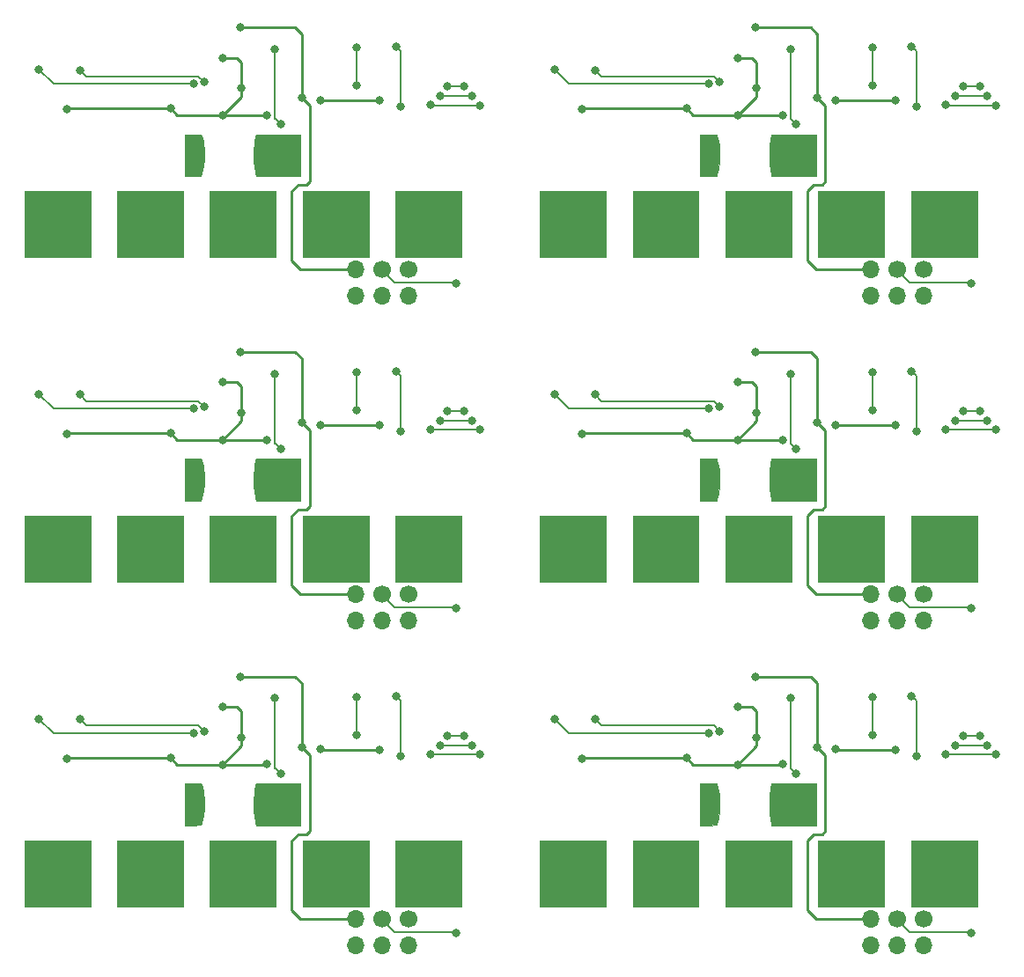
<source format=gtl>
%MOIN*%
%OFA0B0*%
%FSLAX46Y46*%
%IPPOS*%
%LPD*%
%ADD10C,0.00039370078740157485*%
%ADD11C,0.066929133858267723*%
%ADD12O,0.066929133858267723X0.066929133858267723*%
%ADD13C,0.031496062992125991*%
%ADD14C,0.01*%
%ADD15C,0.007000000000000001*%
%ADD26C,0.00039370078740157485*%
%ADD27C,0.066929133858267723*%
%ADD28O,0.066929133858267723X0.066929133858267723*%
%ADD29C,0.031496062992125991*%
%ADD30C,0.01*%
%ADD31C,0.007000000000000001*%
%ADD32C,0.00039370078740157485*%
%ADD33C,0.066929133858267723*%
%ADD34O,0.066929133858267723X0.066929133858267723*%
%ADD35C,0.031496062992125991*%
%ADD36C,0.01*%
%ADD37C,0.007000000000000001*%
%ADD38C,0.00039370078740157485*%
%ADD39C,0.066929133858267723*%
%ADD40O,0.066929133858267723X0.066929133858267723*%
%ADD41C,0.031496062992125991*%
%ADD42C,0.01*%
%ADD43C,0.007000000000000001*%
%ADD44C,0.00039370078740157485*%
%ADD45C,0.066929133858267723*%
%ADD46O,0.066929133858267723X0.066929133858267723*%
%ADD47C,0.031496062992125991*%
%ADD48C,0.01*%
%ADD49C,0.007000000000000001*%
%ADD50C,0.00039370078740157485*%
%ADD51C,0.066929133858267723*%
%ADD52O,0.066929133858267723X0.066929133858267723*%
%ADD53C,0.031496062992125991*%
%ADD54C,0.01*%
%ADD55C,0.007000000000000001*%
D10*
G36*
X0001157835Y0000508862D02*
G01*
X0000989559Y0000508862D01*
X0000987830Y0000517720D01*
X0000985985Y0000527766D01*
X0000984468Y0000537386D01*
X0000983252Y0000546825D01*
X0000982307Y0000556333D01*
X0000981606Y0000566155D01*
X0000981120Y0000576541D01*
X0000981116Y0000576642D01*
X0000980922Y0000592359D01*
X0000981444Y0000608321D01*
X0000982671Y0000624371D01*
X0000984589Y0000640349D01*
X0000987185Y0000656097D01*
X0000987832Y0000659445D01*
X0000989135Y0000666011D01*
X0001157835Y0000666011D01*
X0001157835Y0000508862D01*
X0001157835Y0000508862D01*
G37*
X0001157835Y0000508862D02*
X0000989559Y0000508862D01*
X0000987830Y0000517720D01*
X0000985985Y0000527766D01*
X0000984468Y0000537386D01*
X0000983252Y0000546825D01*
X0000982307Y0000556333D01*
X0000981606Y0000566155D01*
X0000981120Y0000576541D01*
X0000981116Y0000576642D01*
X0000980922Y0000592359D01*
X0000981444Y0000608321D01*
X0000982671Y0000624371D01*
X0000984589Y0000640349D01*
X0000987185Y0000656097D01*
X0000987832Y0000659445D01*
X0000989135Y0000666011D01*
X0001157835Y0000666011D01*
X0001157835Y0000508862D01*
G36*
X0000782909Y0000662363D02*
G01*
X0000786328Y0000649842D01*
X0000789083Y0000636897D01*
X0000791168Y0000623617D01*
X0000792578Y0000610087D01*
X0000793308Y0000596394D01*
X0000793354Y0000582626D01*
X0000792709Y0000568868D01*
X0000791370Y0000555208D01*
X0000789759Y0000544199D01*
X0000789140Y0000540793D01*
X0000788367Y0000536951D01*
X0000787477Y0000532828D01*
X0000786507Y0000528579D01*
X0000785495Y0000524360D01*
X0000784477Y0000520327D01*
X0000783493Y0000516635D01*
X0000782578Y0000513441D01*
X0000781771Y0000510900D01*
X0000781715Y0000510738D01*
X0000781136Y0000509070D01*
X0000750228Y0000508963D01*
X0000719319Y0000508857D01*
X0000719319Y0000666011D01*
X0000781795Y0000666011D01*
X0000782909Y0000662363D01*
X0000782909Y0000662363D01*
G37*
X0000782909Y0000662363D02*
X0000786328Y0000649842D01*
X0000789083Y0000636897D01*
X0000791168Y0000623617D01*
X0000792578Y0000610087D01*
X0000793308Y0000596394D01*
X0000793354Y0000582626D01*
X0000792709Y0000568868D01*
X0000791370Y0000555208D01*
X0000789759Y0000544199D01*
X0000789140Y0000540793D01*
X0000788367Y0000536951D01*
X0000787477Y0000532828D01*
X0000786507Y0000528579D01*
X0000785495Y0000524360D01*
X0000784477Y0000520327D01*
X0000783493Y0000516635D01*
X0000782578Y0000513441D01*
X0000781771Y0000510900D01*
X0000781715Y0000510738D01*
X0000781136Y0000509070D01*
X0000750228Y0000508963D01*
X0000719319Y0000508857D01*
X0000719319Y0000666011D01*
X0000781795Y0000666011D01*
X0000782909Y0000662363D01*
G36*
X0001767673Y0000201234D02*
G01*
X0001517985Y0000201234D01*
X0001517985Y0000450921D01*
X0001767673Y0000450921D01*
X0001767673Y0000201234D01*
X0001767673Y0000201234D01*
G37*
X0001767673Y0000201234D02*
X0001517985Y0000201234D01*
X0001517985Y0000450921D01*
X0001767673Y0000450921D01*
X0001767673Y0000201234D01*
G36*
X0001416276Y0000201234D02*
G01*
X0001167006Y0000201234D01*
X0001167006Y0000450921D01*
X0001416276Y0000450921D01*
X0001416276Y0000201234D01*
X0001416276Y0000201234D01*
G37*
X0001416276Y0000201234D02*
X0001167006Y0000201234D01*
X0001167006Y0000450921D01*
X0001416276Y0000450921D01*
X0001416276Y0000201234D01*
G36*
X0001065297Y0000201234D02*
G01*
X0000815610Y0000201234D01*
X0000815610Y0000450921D01*
X0001065297Y0000450921D01*
X0001065297Y0000201234D01*
X0001065297Y0000201234D01*
G37*
X0001065297Y0000201234D02*
X0000815610Y0000201234D01*
X0000815610Y0000450921D01*
X0001065297Y0000450921D01*
X0001065297Y0000201234D01*
G36*
X0000713900Y0000201234D02*
G01*
X0000464213Y0000201234D01*
X0000464213Y0000450921D01*
X0000713900Y0000450921D01*
X0000713900Y0000201234D01*
X0000713900Y0000201234D01*
G37*
X0000713900Y0000201234D02*
X0000464213Y0000201234D01*
X0000464213Y0000450921D01*
X0000713900Y0000450921D01*
X0000713900Y0000201234D01*
G36*
X0000362504Y0000201234D02*
G01*
X0000113234Y0000201234D01*
X0000113234Y0000450921D01*
X0000362504Y0000450921D01*
X0000362504Y0000201234D01*
X0000362504Y0000201234D01*
G37*
X0000362504Y0000201234D02*
X0000113234Y0000201234D01*
X0000113234Y0000450921D01*
X0000362504Y0000450921D01*
X0000362504Y0000201234D01*
D11*
X0001566878Y0000155570D03*
D12*
X0001566878Y0000055570D03*
D11*
X0001466878Y0000155570D03*
D12*
X0001466878Y0000055570D03*
X0001366878Y0000155570D03*
X0001366878Y0000055570D03*
D13*
X0001457429Y0000794547D03*
X0001233807Y0000795728D03*
X0000863335Y0000955964D03*
X0000933807Y0000841791D03*
X0000862941Y0000738641D03*
X0001031445Y0000739035D03*
X0000667665Y0000763050D03*
X0000272390Y0000761082D03*
X0001163728Y0000804783D03*
X0000930264Y0001071318D03*
X0000794043Y0000863444D03*
X0000322390Y0000909507D03*
X0000168846Y0000910295D03*
X0000752705Y0000856751D03*
X0001746012Y0000101633D03*
X0001777508Y0000847696D03*
X0001715303Y0000847696D03*
X0001061760Y0000989035D03*
X0001083020Y0000703602D03*
X0001370815Y0000995334D03*
X0001371996Y0000852027D03*
X0001519634Y0000998484D03*
X0001538531Y0000770137D03*
X0001838138Y0000776043D03*
X0001649555Y0000776436D03*
X0001807035Y0000811869D03*
X0001686169Y0000811869D03*
X0000165303Y0000366987D03*
X0000626720Y0000417381D03*
X0000933413Y0000417775D03*
X0001249949Y0000407932D03*
X0001717272Y0000420137D03*
D14*
X0001457429Y0000794547D02*
X0001234988Y0000794547D01*
X0001234988Y0000794547D02*
X0001233807Y0000795728D01*
X0000863335Y0000955964D02*
X0000917272Y0000955964D01*
X0000917272Y0000955964D02*
X0000933807Y0000939428D01*
X0000933807Y0000939428D02*
X0000933807Y0000841791D01*
X0000933807Y0000841791D02*
X0000933807Y0000809507D01*
X0000933807Y0000809507D02*
X0000862941Y0000738641D01*
X0000862941Y0000738641D02*
X0001031051Y0000738641D01*
X0001031051Y0000738641D02*
X0001031445Y0000739035D01*
X0000862941Y0000738641D02*
X0000692075Y0000738641D01*
X0000692075Y0000738641D02*
X0000667665Y0000763050D01*
X0000667665Y0000763050D02*
X0000274358Y0000763050D01*
X0000274358Y0000763050D02*
X0000272390Y0000761082D01*
X0001366878Y0000155570D02*
X0001157823Y0000155570D01*
X0001157823Y0000155570D02*
X0001125146Y0000188247D01*
X0001125146Y0000188247D02*
X0001125146Y0000450846D01*
X0001125146Y0000450846D02*
X0001149161Y0000474862D01*
X0001149161Y0000474862D02*
X0001181051Y0000474862D01*
X0001181051Y0000474862D02*
X0001194043Y0000487854D01*
X0001194043Y0000487854D02*
X0001194043Y0000774468D01*
X0001194043Y0000774468D02*
X0001163728Y0000804783D01*
X0001163728Y0000804783D02*
X0001163728Y0001046121D01*
X0001163728Y0001046121D02*
X0001138531Y0001071318D01*
X0001138531Y0001071318D02*
X0000930264Y0001071318D01*
D15*
X0000794043Y0000863444D02*
X0000771602Y0000885885D01*
X0000771602Y0000885885D02*
X0000346012Y0000885885D01*
X0000346012Y0000885885D02*
X0000322390Y0000909507D01*
X0000222390Y0000856751D02*
X0000168846Y0000910295D01*
X0000752705Y0000856751D02*
X0000222390Y0000856751D01*
X0001466878Y0000155570D02*
X0001466878Y0000150058D01*
X0001466878Y0000155570D02*
X0001466878Y0000149665D01*
X0001466878Y0000149665D02*
X0001512941Y0000103602D01*
X0001512941Y0000103602D02*
X0001744043Y0000103602D01*
X0001744043Y0000103602D02*
X0001746012Y0000101633D01*
X0001777508Y0000847696D02*
X0001715303Y0000847696D01*
X0001061760Y0000989035D02*
X0001061760Y0000723680D01*
X0001061760Y0000723680D02*
X0001062941Y0000723680D01*
X0001062941Y0000723680D02*
X0001083020Y0000703602D01*
X0001370815Y0000995334D02*
X0001371996Y0000994153D01*
X0001371996Y0000994153D02*
X0001371996Y0000852027D01*
X0001519634Y0000998484D02*
X0001538531Y0000979586D01*
X0001538531Y0000979586D02*
X0001538531Y0000770137D01*
X0001838138Y0000776043D02*
X0001649949Y0000776043D01*
X0001649949Y0000776043D02*
X0001649555Y0000776436D01*
X0001807035Y0000811869D02*
X0001689713Y0000811869D01*
X0001689713Y0000811869D02*
X0001686169Y0000811869D01*
G04 next file*
G04 #@! TF.GenerationSoftware,KiCad,Pcbnew,(5.1.0)-1*
G04 #@! TF.CreationDate,2019-07-19T02:45:30-06:00*
G04 #@! TF.ProjectId,theremini,74686572-656d-4696-9e69-2e6b69636164,rev?*
G04 #@! TF.SameCoordinates,PX7b85180PY1758900*
G04 #@! TF.FileFunction,Copper,L1,Top*
G04 #@! TF.FilePolarity,Positive*
G04 Gerber Fmt 4.6, Leading zero omitted, Abs format (unit mm)*
G04 Created by KiCad (PCBNEW (5.1.0)-1) date 2019-07-19 02:45:30*
G04 APERTURE LIST*
G04 APERTURE END LIST*
D26*
G36*
X0003109441Y0000508862D02*
G01*
X0002941164Y0000508862D01*
X0002939435Y0000517720D01*
X0002937590Y0000527766D01*
X0002936074Y0000537386D01*
X0002934857Y0000546825D01*
X0002933912Y0000556333D01*
X0002933211Y0000566155D01*
X0002932725Y0000576541D01*
X0002932722Y0000576642D01*
X0002932527Y0000592359D01*
X0002933050Y0000608321D01*
X0002934276Y0000624371D01*
X0002936194Y0000640349D01*
X0002938791Y0000656097D01*
X0002939438Y0000659445D01*
X0002940740Y0000666011D01*
X0003109441Y0000666011D01*
X0003109441Y0000508862D01*
X0003109441Y0000508862D01*
G37*
X0003109441Y0000508862D02*
X0002941164Y0000508862D01*
X0002939435Y0000517720D01*
X0002937590Y0000527766D01*
X0002936074Y0000537386D01*
X0002934857Y0000546825D01*
X0002933912Y0000556333D01*
X0002933211Y0000566155D01*
X0002932725Y0000576541D01*
X0002932722Y0000576642D01*
X0002932527Y0000592359D01*
X0002933050Y0000608321D01*
X0002934276Y0000624371D01*
X0002936194Y0000640349D01*
X0002938791Y0000656097D01*
X0002939438Y0000659445D01*
X0002940740Y0000666011D01*
X0003109441Y0000666011D01*
X0003109441Y0000508862D01*
G36*
X0002734514Y0000662363D02*
G01*
X0002737934Y0000649842D01*
X0002740689Y0000636897D01*
X0002742773Y0000623617D01*
X0002744184Y0000610087D01*
X0002744914Y0000596394D01*
X0002744959Y0000582626D01*
X0002744315Y0000568868D01*
X0002742975Y0000555208D01*
X0002741365Y0000544199D01*
X0002740746Y0000540793D01*
X0002739973Y0000536951D01*
X0002739082Y0000532828D01*
X0002738112Y0000528579D01*
X0002737100Y0000524360D01*
X0002736083Y0000520327D01*
X0002735098Y0000516635D01*
X0002734184Y0000513441D01*
X0002733377Y0000510900D01*
X0002733321Y0000510738D01*
X0002732742Y0000509070D01*
X0002701833Y0000508963D01*
X0002670925Y0000508857D01*
X0002670925Y0000666011D01*
X0002733400Y0000666011D01*
X0002734514Y0000662363D01*
X0002734514Y0000662363D01*
G37*
X0002734514Y0000662363D02*
X0002737934Y0000649842D01*
X0002740689Y0000636897D01*
X0002742773Y0000623617D01*
X0002744184Y0000610087D01*
X0002744914Y0000596394D01*
X0002744959Y0000582626D01*
X0002744315Y0000568868D01*
X0002742975Y0000555208D01*
X0002741365Y0000544199D01*
X0002740746Y0000540793D01*
X0002739973Y0000536951D01*
X0002739082Y0000532828D01*
X0002738112Y0000528579D01*
X0002737100Y0000524360D01*
X0002736083Y0000520327D01*
X0002735098Y0000516635D01*
X0002734184Y0000513441D01*
X0002733377Y0000510900D01*
X0002733321Y0000510738D01*
X0002732742Y0000509070D01*
X0002701833Y0000508963D01*
X0002670925Y0000508857D01*
X0002670925Y0000666011D01*
X0002733400Y0000666011D01*
X0002734514Y0000662363D01*
G36*
X0003719278Y0000201234D02*
G01*
X0003469591Y0000201234D01*
X0003469591Y0000450921D01*
X0003719278Y0000450921D01*
X0003719278Y0000201234D01*
X0003719278Y0000201234D01*
G37*
X0003719278Y0000201234D02*
X0003469591Y0000201234D01*
X0003469591Y0000450921D01*
X0003719278Y0000450921D01*
X0003719278Y0000201234D01*
G36*
X0003367882Y0000201234D02*
G01*
X0003118611Y0000201234D01*
X0003118611Y0000450921D01*
X0003367882Y0000450921D01*
X0003367882Y0000201234D01*
X0003367882Y0000201234D01*
G37*
X0003367882Y0000201234D02*
X0003118611Y0000201234D01*
X0003118611Y0000450921D01*
X0003367882Y0000450921D01*
X0003367882Y0000201234D01*
G36*
X0003016902Y0000201234D02*
G01*
X0002767215Y0000201234D01*
X0002767215Y0000450921D01*
X0003016902Y0000450921D01*
X0003016902Y0000201234D01*
X0003016902Y0000201234D01*
G37*
X0003016902Y0000201234D02*
X0002767215Y0000201234D01*
X0002767215Y0000450921D01*
X0003016902Y0000450921D01*
X0003016902Y0000201234D01*
G36*
X0002665506Y0000201234D02*
G01*
X0002415819Y0000201234D01*
X0002415819Y0000450921D01*
X0002665506Y0000450921D01*
X0002665506Y0000201234D01*
X0002665506Y0000201234D01*
G37*
X0002665506Y0000201234D02*
X0002415819Y0000201234D01*
X0002415819Y0000450921D01*
X0002665506Y0000450921D01*
X0002665506Y0000201234D01*
G36*
X0002314110Y0000201234D02*
G01*
X0002064839Y0000201234D01*
X0002064839Y0000450921D01*
X0002314110Y0000450921D01*
X0002314110Y0000201234D01*
X0002314110Y0000201234D01*
G37*
X0002314110Y0000201234D02*
X0002064839Y0000201234D01*
X0002064839Y0000450921D01*
X0002314110Y0000450921D01*
X0002314110Y0000201234D01*
D27*
X0003518483Y0000155570D03*
D28*
X0003518483Y0000055570D03*
D27*
X0003418483Y0000155570D03*
D28*
X0003418483Y0000055570D03*
X0003318483Y0000155570D03*
X0003318483Y0000055570D03*
D29*
X0003409035Y0000794547D03*
X0003185413Y0000795728D03*
X0002814940Y0000955964D03*
X0002885413Y0000841791D03*
X0002814546Y0000738641D03*
X0002983050Y0000739035D03*
X0002619271Y0000763050D03*
X0002223995Y0000761082D03*
X0003115334Y0000804783D03*
X0002881869Y0001071318D03*
X0002745649Y0000863444D03*
X0002273995Y0000909507D03*
X0002120452Y0000910295D03*
X0002704310Y0000856751D03*
X0003697617Y0000101633D03*
X0003729113Y0000847696D03*
X0003666909Y0000847696D03*
X0003013365Y0000989035D03*
X0003034625Y0000703602D03*
X0003322420Y0000995334D03*
X0003323602Y0000852027D03*
X0003471239Y0000998484D03*
X0003490137Y0000770137D03*
X0003789743Y0000776043D03*
X0003601161Y0000776436D03*
X0003758641Y0000811869D03*
X0003637775Y0000811869D03*
X0002116909Y0000366987D03*
X0002578326Y0000417381D03*
X0002885019Y0000417775D03*
X0003201554Y0000407932D03*
X0003668877Y0000420137D03*
D30*
X0003409035Y0000794547D02*
X0003186594Y0000794547D01*
X0003186594Y0000794547D02*
X0003185413Y0000795728D01*
X0002814940Y0000955964D02*
X0002868877Y0000955964D01*
X0002868877Y0000955964D02*
X0002885413Y0000939428D01*
X0002885413Y0000939428D02*
X0002885413Y0000841791D01*
X0002885413Y0000841791D02*
X0002885413Y0000809507D01*
X0002885413Y0000809507D02*
X0002814546Y0000738641D01*
X0002814546Y0000738641D02*
X0002982657Y0000738641D01*
X0002982657Y0000738641D02*
X0002983050Y0000739035D01*
X0002814546Y0000738641D02*
X0002643680Y0000738641D01*
X0002643680Y0000738641D02*
X0002619271Y0000763050D01*
X0002619271Y0000763050D02*
X0002225964Y0000763050D01*
X0002225964Y0000763050D02*
X0002223995Y0000761082D01*
X0003318483Y0000155570D02*
X0003109428Y0000155570D01*
X0003109428Y0000155570D02*
X0003076751Y0000188247D01*
X0003076751Y0000188247D02*
X0003076751Y0000450846D01*
X0003076751Y0000450846D02*
X0003100767Y0000474862D01*
X0003100767Y0000474862D02*
X0003132657Y0000474862D01*
X0003132657Y0000474862D02*
X0003145649Y0000487854D01*
X0003145649Y0000487854D02*
X0003145649Y0000774468D01*
X0003145649Y0000774468D02*
X0003115334Y0000804783D01*
X0003115334Y0000804783D02*
X0003115334Y0001046121D01*
X0003115334Y0001046121D02*
X0003090137Y0001071318D01*
X0003090137Y0001071318D02*
X0002881869Y0001071318D01*
D31*
X0002745649Y0000863444D02*
X0002723208Y0000885885D01*
X0002723208Y0000885885D02*
X0002297617Y0000885885D01*
X0002297617Y0000885885D02*
X0002273995Y0000909507D01*
X0002173995Y0000856751D02*
X0002120452Y0000910295D01*
X0002704310Y0000856751D02*
X0002173995Y0000856751D01*
X0003418483Y0000155570D02*
X0003418483Y0000150058D01*
X0003418483Y0000155570D02*
X0003418483Y0000149665D01*
X0003418483Y0000149665D02*
X0003464546Y0000103602D01*
X0003464546Y0000103602D02*
X0003695649Y0000103602D01*
X0003695649Y0000103602D02*
X0003697617Y0000101633D01*
X0003729113Y0000847696D02*
X0003666909Y0000847696D01*
X0003013365Y0000989035D02*
X0003013365Y0000723680D01*
X0003013365Y0000723680D02*
X0003014546Y0000723680D01*
X0003014546Y0000723680D02*
X0003034625Y0000703602D01*
X0003322420Y0000995334D02*
X0003323602Y0000994153D01*
X0003323602Y0000994153D02*
X0003323602Y0000852027D01*
X0003471239Y0000998484D02*
X0003490137Y0000979586D01*
X0003490137Y0000979586D02*
X0003490137Y0000770137D01*
X0003789743Y0000776043D02*
X0003601554Y0000776043D01*
X0003601554Y0000776043D02*
X0003601161Y0000776436D01*
X0003758641Y0000811869D02*
X0003641318Y0000811869D01*
X0003641318Y0000811869D02*
X0003637775Y0000811869D01*
G04 next file*
G04 #@! TF.GenerationSoftware,KiCad,Pcbnew,(5.1.0)-1*
G04 #@! TF.CreationDate,2019-07-19T02:45:30-06:00*
G04 #@! TF.ProjectId,theremini,74686572-656d-4696-9e69-2e6b69636164,rev?*
G04 #@! TF.SameCoordinates,PX7b85180PY1758900*
G04 #@! TF.FileFunction,Copper,L1,Top*
G04 #@! TF.FilePolarity,Positive*
G04 Gerber Fmt 4.6, Leading zero omitted, Abs format (unit mm)*
G04 Created by KiCad (PCBNEW (5.1.0)-1) date 2019-07-19 02:45:30*
G04 APERTURE LIST*
G04 APERTURE END LIST*
D32*
G36*
X0001157835Y0001738592D02*
G01*
X0000989559Y0001738592D01*
X0000987830Y0001747450D01*
X0000985985Y0001757496D01*
X0000984468Y0001767116D01*
X0000983252Y0001776556D01*
X0000982307Y0001786063D01*
X0000981606Y0001795886D01*
X0000981120Y0001806271D01*
X0000981116Y0001806372D01*
X0000980922Y0001822089D01*
X0000981444Y0001838051D01*
X0000982671Y0001854101D01*
X0000984589Y0001870079D01*
X0000987185Y0001885827D01*
X0000987832Y0001889176D01*
X0000989135Y0001895741D01*
X0001157835Y0001895741D01*
X0001157835Y0001738592D01*
X0001157835Y0001738592D01*
G37*
X0001157835Y0001738592D02*
X0000989559Y0001738592D01*
X0000987830Y0001747450D01*
X0000985985Y0001757496D01*
X0000984468Y0001767116D01*
X0000983252Y0001776556D01*
X0000982307Y0001786063D01*
X0000981606Y0001795886D01*
X0000981120Y0001806271D01*
X0000981116Y0001806372D01*
X0000980922Y0001822089D01*
X0000981444Y0001838051D01*
X0000982671Y0001854101D01*
X0000984589Y0001870079D01*
X0000987185Y0001885827D01*
X0000987832Y0001889176D01*
X0000989135Y0001895741D01*
X0001157835Y0001895741D01*
X0001157835Y0001738592D01*
G36*
X0000782909Y0001892093D02*
G01*
X0000786328Y0001879572D01*
X0000789083Y0001866628D01*
X0000791168Y0001853347D01*
X0000792578Y0001839817D01*
X0000793308Y0001826124D01*
X0000793354Y0001812356D01*
X0000792709Y0001798598D01*
X0000791370Y0001784939D01*
X0000789759Y0001773929D01*
X0000789140Y0001770523D01*
X0000788367Y0001766681D01*
X0000787477Y0001762558D01*
X0000786507Y0001758309D01*
X0000785495Y0001754090D01*
X0000784477Y0001750057D01*
X0000783493Y0001746365D01*
X0000782578Y0001743171D01*
X0000781771Y0001740630D01*
X0000781715Y0001740468D01*
X0000781136Y0001738800D01*
X0000750228Y0001738694D01*
X0000719319Y0001738587D01*
X0000719319Y0001895741D01*
X0000781795Y0001895741D01*
X0000782909Y0001892093D01*
X0000782909Y0001892093D01*
G37*
X0000782909Y0001892093D02*
X0000786328Y0001879572D01*
X0000789083Y0001866628D01*
X0000791168Y0001853347D01*
X0000792578Y0001839817D01*
X0000793308Y0001826124D01*
X0000793354Y0001812356D01*
X0000792709Y0001798598D01*
X0000791370Y0001784939D01*
X0000789759Y0001773929D01*
X0000789140Y0001770523D01*
X0000788367Y0001766681D01*
X0000787477Y0001762558D01*
X0000786507Y0001758309D01*
X0000785495Y0001754090D01*
X0000784477Y0001750057D01*
X0000783493Y0001746365D01*
X0000782578Y0001743171D01*
X0000781771Y0001740630D01*
X0000781715Y0001740468D01*
X0000781136Y0001738800D01*
X0000750228Y0001738694D01*
X0000719319Y0001738587D01*
X0000719319Y0001895741D01*
X0000781795Y0001895741D01*
X0000782909Y0001892093D01*
G36*
X0001767673Y0001430964D02*
G01*
X0001517985Y0001430964D01*
X0001517985Y0001680651D01*
X0001767673Y0001680651D01*
X0001767673Y0001430964D01*
X0001767673Y0001430964D01*
G37*
X0001767673Y0001430964D02*
X0001517985Y0001430964D01*
X0001517985Y0001680651D01*
X0001767673Y0001680651D01*
X0001767673Y0001430964D01*
G36*
X0001416276Y0001430964D02*
G01*
X0001167006Y0001430964D01*
X0001167006Y0001680651D01*
X0001416276Y0001680651D01*
X0001416276Y0001430964D01*
X0001416276Y0001430964D01*
G37*
X0001416276Y0001430964D02*
X0001167006Y0001430964D01*
X0001167006Y0001680651D01*
X0001416276Y0001680651D01*
X0001416276Y0001430964D01*
G36*
X0001065297Y0001430964D02*
G01*
X0000815610Y0001430964D01*
X0000815610Y0001680651D01*
X0001065297Y0001680651D01*
X0001065297Y0001430964D01*
X0001065297Y0001430964D01*
G37*
X0001065297Y0001430964D02*
X0000815610Y0001430964D01*
X0000815610Y0001680651D01*
X0001065297Y0001680651D01*
X0001065297Y0001430964D01*
G36*
X0000713900Y0001430964D02*
G01*
X0000464213Y0001430964D01*
X0000464213Y0001680651D01*
X0000713900Y0001680651D01*
X0000713900Y0001430964D01*
X0000713900Y0001430964D01*
G37*
X0000713900Y0001430964D02*
X0000464213Y0001430964D01*
X0000464213Y0001680651D01*
X0000713900Y0001680651D01*
X0000713900Y0001430964D01*
G36*
X0000362504Y0001430964D02*
G01*
X0000113234Y0001430964D01*
X0000113234Y0001680651D01*
X0000362504Y0001680651D01*
X0000362504Y0001430964D01*
X0000362504Y0001430964D01*
G37*
X0000362504Y0001430964D02*
X0000113234Y0001430964D01*
X0000113234Y0001680651D01*
X0000362504Y0001680651D01*
X0000362504Y0001430964D01*
D33*
X0001566878Y0001385300D03*
D34*
X0001566878Y0001285300D03*
D33*
X0001466878Y0001385300D03*
D34*
X0001466878Y0001285300D03*
X0001366878Y0001385300D03*
X0001366878Y0001285300D03*
D35*
X0001457429Y0002024277D03*
X0001233807Y0002025458D03*
X0000863335Y0002185694D03*
X0000933807Y0002071521D03*
X0000862941Y0001968371D03*
X0001031445Y0001968765D03*
X0000667665Y0001992781D03*
X0000272390Y0001990812D03*
X0001163728Y0002034513D03*
X0000930264Y0002301048D03*
X0000794043Y0002093174D03*
X0000322390Y0002139237D03*
X0000168846Y0002140025D03*
X0000752705Y0002086481D03*
X0001746012Y0001331363D03*
X0001777508Y0002077426D03*
X0001715303Y0002077426D03*
X0001061760Y0002218765D03*
X0001083020Y0001933332D03*
X0001370815Y0002225064D03*
X0001371996Y0002081757D03*
X0001519634Y0002228214D03*
X0001538531Y0001999867D03*
X0001838138Y0002005773D03*
X0001649555Y0002006166D03*
X0001807035Y0002041599D03*
X0001686169Y0002041599D03*
X0000165303Y0001596718D03*
X0000626720Y0001647111D03*
X0000933413Y0001647505D03*
X0001249949Y0001637662D03*
X0001717272Y0001649867D03*
D36*
X0001457429Y0002024277D02*
X0001234988Y0002024277D01*
X0001234988Y0002024277D02*
X0001233807Y0002025458D01*
X0000863335Y0002185694D02*
X0000917272Y0002185694D01*
X0000917272Y0002185694D02*
X0000933807Y0002169159D01*
X0000933807Y0002169159D02*
X0000933807Y0002071521D01*
X0000933807Y0002071521D02*
X0000933807Y0002039237D01*
X0000933807Y0002039237D02*
X0000862941Y0001968371D01*
X0000862941Y0001968371D02*
X0001031051Y0001968371D01*
X0001031051Y0001968371D02*
X0001031445Y0001968765D01*
X0000862941Y0001968371D02*
X0000692075Y0001968371D01*
X0000692075Y0001968371D02*
X0000667665Y0001992781D01*
X0000667665Y0001992781D02*
X0000274358Y0001992781D01*
X0000274358Y0001992781D02*
X0000272390Y0001990812D01*
X0001366878Y0001385300D02*
X0001157823Y0001385300D01*
X0001157823Y0001385300D02*
X0001125146Y0001417977D01*
X0001125146Y0001417977D02*
X0001125146Y0001680576D01*
X0001125146Y0001680576D02*
X0001149161Y0001704592D01*
X0001149161Y0001704592D02*
X0001181051Y0001704592D01*
X0001181051Y0001704592D02*
X0001194043Y0001717584D01*
X0001194043Y0001717584D02*
X0001194043Y0002004198D01*
X0001194043Y0002004198D02*
X0001163728Y0002034513D01*
X0001163728Y0002034513D02*
X0001163728Y0002275851D01*
X0001163728Y0002275851D02*
X0001138531Y0002301048D01*
X0001138531Y0002301048D02*
X0000930264Y0002301048D01*
D37*
X0000794043Y0002093174D02*
X0000771602Y0002115615D01*
X0000771602Y0002115615D02*
X0000346012Y0002115615D01*
X0000346012Y0002115615D02*
X0000322390Y0002139237D01*
X0000222390Y0002086481D02*
X0000168846Y0002140025D01*
X0000752705Y0002086481D02*
X0000222390Y0002086481D01*
X0001466878Y0001385300D02*
X0001466878Y0001379788D01*
X0001466878Y0001385300D02*
X0001466878Y0001379395D01*
X0001466878Y0001379395D02*
X0001512941Y0001333332D01*
X0001512941Y0001333332D02*
X0001744043Y0001333332D01*
X0001744043Y0001333332D02*
X0001746012Y0001331363D01*
X0001777508Y0002077426D02*
X0001715303Y0002077426D01*
X0001061760Y0002218765D02*
X0001061760Y0001953410D01*
X0001061760Y0001953410D02*
X0001062941Y0001953410D01*
X0001062941Y0001953410D02*
X0001083020Y0001933332D01*
X0001370815Y0002225064D02*
X0001371996Y0002223883D01*
X0001371996Y0002223883D02*
X0001371996Y0002081757D01*
X0001519634Y0002228214D02*
X0001538531Y0002209316D01*
X0001538531Y0002209316D02*
X0001538531Y0001999867D01*
X0001838138Y0002005773D02*
X0001649949Y0002005773D01*
X0001649949Y0002005773D02*
X0001649555Y0002006166D01*
X0001807035Y0002041599D02*
X0001689713Y0002041599D01*
X0001689713Y0002041599D02*
X0001686169Y0002041599D01*
G04 next file*
G04 #@! TF.GenerationSoftware,KiCad,Pcbnew,(5.1.0)-1*
G04 #@! TF.CreationDate,2019-07-19T02:45:30-06:00*
G04 #@! TF.ProjectId,theremini,74686572-656d-4696-9e69-2e6b69636164,rev?*
G04 #@! TF.SameCoordinates,PX7b85180PY1758900*
G04 #@! TF.FileFunction,Copper,L1,Top*
G04 #@! TF.FilePolarity,Positive*
G04 Gerber Fmt 4.6, Leading zero omitted, Abs format (unit mm)*
G04 Created by KiCad (PCBNEW (5.1.0)-1) date 2019-07-19 02:45:30*
G04 APERTURE LIST*
G04 APERTURE END LIST*
D38*
G36*
X0001157835Y0002968322D02*
G01*
X0000989559Y0002968322D01*
X0000987830Y0002977180D01*
X0000985985Y0002987226D01*
X0000984468Y0002996846D01*
X0000983252Y0003006286D01*
X0000982307Y0003015793D01*
X0000981606Y0003025616D01*
X0000981120Y0003036001D01*
X0000981116Y0003036102D01*
X0000980922Y0003051819D01*
X0000981444Y0003067781D01*
X0000982671Y0003083831D01*
X0000984589Y0003099809D01*
X0000987185Y0003115557D01*
X0000987832Y0003118906D01*
X0000989135Y0003125471D01*
X0001157835Y0003125471D01*
X0001157835Y0002968322D01*
X0001157835Y0002968322D01*
G37*
X0001157835Y0002968322D02*
X0000989559Y0002968322D01*
X0000987830Y0002977180D01*
X0000985985Y0002987226D01*
X0000984468Y0002996846D01*
X0000983252Y0003006286D01*
X0000982307Y0003015793D01*
X0000981606Y0003025616D01*
X0000981120Y0003036001D01*
X0000981116Y0003036102D01*
X0000980922Y0003051819D01*
X0000981444Y0003067781D01*
X0000982671Y0003083831D01*
X0000984589Y0003099809D01*
X0000987185Y0003115557D01*
X0000987832Y0003118906D01*
X0000989135Y0003125471D01*
X0001157835Y0003125471D01*
X0001157835Y0002968322D01*
G36*
X0000782909Y0003121823D02*
G01*
X0000786328Y0003109302D01*
X0000789083Y0003096358D01*
X0000791168Y0003083077D01*
X0000792578Y0003069547D01*
X0000793308Y0003055854D01*
X0000793354Y0003042086D01*
X0000792709Y0003028328D01*
X0000791370Y0003014669D01*
X0000789759Y0003003659D01*
X0000789140Y0003000253D01*
X0000788367Y0002996411D01*
X0000787477Y0002992288D01*
X0000786507Y0002988039D01*
X0000785495Y0002983820D01*
X0000784477Y0002979787D01*
X0000783493Y0002976095D01*
X0000782578Y0002972901D01*
X0000781771Y0002970360D01*
X0000781715Y0002970198D01*
X0000781136Y0002968530D01*
X0000750228Y0002968424D01*
X0000719319Y0002968317D01*
X0000719319Y0003125471D01*
X0000781795Y0003125471D01*
X0000782909Y0003121823D01*
X0000782909Y0003121823D01*
G37*
X0000782909Y0003121823D02*
X0000786328Y0003109302D01*
X0000789083Y0003096358D01*
X0000791168Y0003083077D01*
X0000792578Y0003069547D01*
X0000793308Y0003055854D01*
X0000793354Y0003042086D01*
X0000792709Y0003028328D01*
X0000791370Y0003014669D01*
X0000789759Y0003003659D01*
X0000789140Y0003000253D01*
X0000788367Y0002996411D01*
X0000787477Y0002992288D01*
X0000786507Y0002988039D01*
X0000785495Y0002983820D01*
X0000784477Y0002979787D01*
X0000783493Y0002976095D01*
X0000782578Y0002972901D01*
X0000781771Y0002970360D01*
X0000781715Y0002970198D01*
X0000781136Y0002968530D01*
X0000750228Y0002968424D01*
X0000719319Y0002968317D01*
X0000719319Y0003125471D01*
X0000781795Y0003125471D01*
X0000782909Y0003121823D01*
G36*
X0001767673Y0002660694D02*
G01*
X0001517985Y0002660694D01*
X0001517985Y0002910381D01*
X0001767673Y0002910381D01*
X0001767673Y0002660694D01*
X0001767673Y0002660694D01*
G37*
X0001767673Y0002660694D02*
X0001517985Y0002660694D01*
X0001517985Y0002910381D01*
X0001767673Y0002910381D01*
X0001767673Y0002660694D01*
G36*
X0001416276Y0002660694D02*
G01*
X0001167006Y0002660694D01*
X0001167006Y0002910381D01*
X0001416276Y0002910381D01*
X0001416276Y0002660694D01*
X0001416276Y0002660694D01*
G37*
X0001416276Y0002660694D02*
X0001167006Y0002660694D01*
X0001167006Y0002910381D01*
X0001416276Y0002910381D01*
X0001416276Y0002660694D01*
G36*
X0001065297Y0002660694D02*
G01*
X0000815610Y0002660694D01*
X0000815610Y0002910381D01*
X0001065297Y0002910381D01*
X0001065297Y0002660694D01*
X0001065297Y0002660694D01*
G37*
X0001065297Y0002660694D02*
X0000815610Y0002660694D01*
X0000815610Y0002910381D01*
X0001065297Y0002910381D01*
X0001065297Y0002660694D01*
G36*
X0000713900Y0002660694D02*
G01*
X0000464213Y0002660694D01*
X0000464213Y0002910381D01*
X0000713900Y0002910381D01*
X0000713900Y0002660694D01*
X0000713900Y0002660694D01*
G37*
X0000713900Y0002660694D02*
X0000464213Y0002660694D01*
X0000464213Y0002910381D01*
X0000713900Y0002910381D01*
X0000713900Y0002660694D01*
G36*
X0000362504Y0002660694D02*
G01*
X0000113234Y0002660694D01*
X0000113234Y0002910381D01*
X0000362504Y0002910381D01*
X0000362504Y0002660694D01*
X0000362504Y0002660694D01*
G37*
X0000362504Y0002660694D02*
X0000113234Y0002660694D01*
X0000113234Y0002910381D01*
X0000362504Y0002910381D01*
X0000362504Y0002660694D01*
D39*
X0001566878Y0002615030D03*
D40*
X0001566878Y0002515030D03*
D39*
X0001466878Y0002615030D03*
D40*
X0001466878Y0002515030D03*
X0001366878Y0002615030D03*
X0001366878Y0002515030D03*
D41*
X0001457429Y0003254007D03*
X0001233807Y0003255188D03*
X0000863335Y0003415424D03*
X0000933807Y0003301251D03*
X0000862941Y0003198101D03*
X0001031445Y0003198495D03*
X0000667665Y0003222511D03*
X0000272390Y0003220542D03*
X0001163728Y0003264243D03*
X0000930264Y0003530778D03*
X0000794043Y0003322904D03*
X0000322390Y0003368967D03*
X0000168846Y0003369755D03*
X0000752705Y0003316211D03*
X0001746012Y0002561093D03*
X0001777508Y0003307156D03*
X0001715303Y0003307156D03*
X0001061760Y0003448495D03*
X0001083020Y0003163062D03*
X0001370815Y0003454794D03*
X0001371996Y0003311487D03*
X0001519634Y0003457944D03*
X0001538531Y0003229597D03*
X0001838138Y0003235503D03*
X0001649555Y0003235896D03*
X0001807035Y0003271329D03*
X0001686169Y0003271329D03*
X0000165303Y0002826448D03*
X0000626720Y0002876841D03*
X0000933413Y0002877235D03*
X0001249949Y0002867392D03*
X0001717272Y0002879597D03*
D42*
X0001457429Y0003254007D02*
X0001234988Y0003254007D01*
X0001234988Y0003254007D02*
X0001233807Y0003255188D01*
X0000863335Y0003415424D02*
X0000917272Y0003415424D01*
X0000917272Y0003415424D02*
X0000933807Y0003398889D01*
X0000933807Y0003398889D02*
X0000933807Y0003301251D01*
X0000933807Y0003301251D02*
X0000933807Y0003268967D01*
X0000933807Y0003268967D02*
X0000862941Y0003198101D01*
X0000862941Y0003198101D02*
X0001031051Y0003198101D01*
X0001031051Y0003198101D02*
X0001031445Y0003198495D01*
X0000862941Y0003198101D02*
X0000692075Y0003198101D01*
X0000692075Y0003198101D02*
X0000667665Y0003222511D01*
X0000667665Y0003222511D02*
X0000274358Y0003222511D01*
X0000274358Y0003222511D02*
X0000272390Y0003220542D01*
X0001366878Y0002615030D02*
X0001157823Y0002615030D01*
X0001157823Y0002615030D02*
X0001125146Y0002647707D01*
X0001125146Y0002647707D02*
X0001125146Y0002910306D01*
X0001125146Y0002910306D02*
X0001149161Y0002934322D01*
X0001149161Y0002934322D02*
X0001181051Y0002934322D01*
X0001181051Y0002934322D02*
X0001194043Y0002947314D01*
X0001194043Y0002947314D02*
X0001194043Y0003233928D01*
X0001194043Y0003233928D02*
X0001163728Y0003264243D01*
X0001163728Y0003264243D02*
X0001163728Y0003505581D01*
X0001163728Y0003505581D02*
X0001138531Y0003530778D01*
X0001138531Y0003530778D02*
X0000930264Y0003530778D01*
D43*
X0000794043Y0003322904D02*
X0000771602Y0003345345D01*
X0000771602Y0003345345D02*
X0000346012Y0003345345D01*
X0000346012Y0003345345D02*
X0000322390Y0003368967D01*
X0000222390Y0003316211D02*
X0000168846Y0003369755D01*
X0000752705Y0003316211D02*
X0000222390Y0003316211D01*
X0001466878Y0002615030D02*
X0001466878Y0002609518D01*
X0001466878Y0002615030D02*
X0001466878Y0002609125D01*
X0001466878Y0002609125D02*
X0001512941Y0002563062D01*
X0001512941Y0002563062D02*
X0001744043Y0002563062D01*
X0001744043Y0002563062D02*
X0001746012Y0002561093D01*
X0001777508Y0003307156D02*
X0001715303Y0003307156D01*
X0001061760Y0003448495D02*
X0001061760Y0003183140D01*
X0001061760Y0003183140D02*
X0001062941Y0003183140D01*
X0001062941Y0003183140D02*
X0001083020Y0003163062D01*
X0001370815Y0003454794D02*
X0001371996Y0003453613D01*
X0001371996Y0003453613D02*
X0001371996Y0003311487D01*
X0001519634Y0003457944D02*
X0001538531Y0003439046D01*
X0001538531Y0003439046D02*
X0001538531Y0003229597D01*
X0001838138Y0003235503D02*
X0001649949Y0003235503D01*
X0001649949Y0003235503D02*
X0001649555Y0003235896D01*
X0001807035Y0003271329D02*
X0001689713Y0003271329D01*
X0001689713Y0003271329D02*
X0001686169Y0003271329D01*
G04 next file*
G04 #@! TF.GenerationSoftware,KiCad,Pcbnew,(5.1.0)-1*
G04 #@! TF.CreationDate,2019-07-19T02:45:30-06:00*
G04 #@! TF.ProjectId,theremini,74686572-656d-4696-9e69-2e6b69636164,rev?*
G04 #@! TF.SameCoordinates,PX7b85180PY1758900*
G04 #@! TF.FileFunction,Copper,L1,Top*
G04 #@! TF.FilePolarity,Positive*
G04 Gerber Fmt 4.6, Leading zero omitted, Abs format (unit mm)*
G04 Created by KiCad (PCBNEW (5.1.0)-1) date 2019-07-19 02:45:30*
G04 APERTURE LIST*
G04 APERTURE END LIST*
D44*
G36*
X0003109441Y0001738592D02*
G01*
X0002941164Y0001738592D01*
X0002939435Y0001747450D01*
X0002937590Y0001757496D01*
X0002936074Y0001767116D01*
X0002934857Y0001776556D01*
X0002933912Y0001786063D01*
X0002933211Y0001795886D01*
X0002932725Y0001806271D01*
X0002932722Y0001806372D01*
X0002932527Y0001822089D01*
X0002933050Y0001838051D01*
X0002934276Y0001854101D01*
X0002936194Y0001870079D01*
X0002938791Y0001885827D01*
X0002939438Y0001889176D01*
X0002940740Y0001895741D01*
X0003109441Y0001895741D01*
X0003109441Y0001738592D01*
X0003109441Y0001738592D01*
G37*
X0003109441Y0001738592D02*
X0002941164Y0001738592D01*
X0002939435Y0001747450D01*
X0002937590Y0001757496D01*
X0002936074Y0001767116D01*
X0002934857Y0001776556D01*
X0002933912Y0001786063D01*
X0002933211Y0001795886D01*
X0002932725Y0001806271D01*
X0002932722Y0001806372D01*
X0002932527Y0001822089D01*
X0002933050Y0001838051D01*
X0002934276Y0001854101D01*
X0002936194Y0001870079D01*
X0002938791Y0001885827D01*
X0002939438Y0001889176D01*
X0002940740Y0001895741D01*
X0003109441Y0001895741D01*
X0003109441Y0001738592D01*
G36*
X0002734514Y0001892093D02*
G01*
X0002737934Y0001879572D01*
X0002740689Y0001866628D01*
X0002742773Y0001853347D01*
X0002744184Y0001839817D01*
X0002744914Y0001826124D01*
X0002744959Y0001812356D01*
X0002744315Y0001798598D01*
X0002742975Y0001784939D01*
X0002741365Y0001773929D01*
X0002740746Y0001770523D01*
X0002739973Y0001766681D01*
X0002739082Y0001762558D01*
X0002738112Y0001758309D01*
X0002737100Y0001754090D01*
X0002736083Y0001750057D01*
X0002735098Y0001746365D01*
X0002734184Y0001743171D01*
X0002733377Y0001740630D01*
X0002733321Y0001740468D01*
X0002732742Y0001738800D01*
X0002701833Y0001738694D01*
X0002670925Y0001738587D01*
X0002670925Y0001895741D01*
X0002733400Y0001895741D01*
X0002734514Y0001892093D01*
X0002734514Y0001892093D01*
G37*
X0002734514Y0001892093D02*
X0002737934Y0001879572D01*
X0002740689Y0001866628D01*
X0002742773Y0001853347D01*
X0002744184Y0001839817D01*
X0002744914Y0001826124D01*
X0002744959Y0001812356D01*
X0002744315Y0001798598D01*
X0002742975Y0001784939D01*
X0002741365Y0001773929D01*
X0002740746Y0001770523D01*
X0002739973Y0001766681D01*
X0002739082Y0001762558D01*
X0002738112Y0001758309D01*
X0002737100Y0001754090D01*
X0002736083Y0001750057D01*
X0002735098Y0001746365D01*
X0002734184Y0001743171D01*
X0002733377Y0001740630D01*
X0002733321Y0001740468D01*
X0002732742Y0001738800D01*
X0002701833Y0001738694D01*
X0002670925Y0001738587D01*
X0002670925Y0001895741D01*
X0002733400Y0001895741D01*
X0002734514Y0001892093D01*
G36*
X0003719278Y0001430964D02*
G01*
X0003469591Y0001430964D01*
X0003469591Y0001680651D01*
X0003719278Y0001680651D01*
X0003719278Y0001430964D01*
X0003719278Y0001430964D01*
G37*
X0003719278Y0001430964D02*
X0003469591Y0001430964D01*
X0003469591Y0001680651D01*
X0003719278Y0001680651D01*
X0003719278Y0001430964D01*
G36*
X0003367882Y0001430964D02*
G01*
X0003118611Y0001430964D01*
X0003118611Y0001680651D01*
X0003367882Y0001680651D01*
X0003367882Y0001430964D01*
X0003367882Y0001430964D01*
G37*
X0003367882Y0001430964D02*
X0003118611Y0001430964D01*
X0003118611Y0001680651D01*
X0003367882Y0001680651D01*
X0003367882Y0001430964D01*
G36*
X0003016902Y0001430964D02*
G01*
X0002767215Y0001430964D01*
X0002767215Y0001680651D01*
X0003016902Y0001680651D01*
X0003016902Y0001430964D01*
X0003016902Y0001430964D01*
G37*
X0003016902Y0001430964D02*
X0002767215Y0001430964D01*
X0002767215Y0001680651D01*
X0003016902Y0001680651D01*
X0003016902Y0001430964D01*
G36*
X0002665506Y0001430964D02*
G01*
X0002415819Y0001430964D01*
X0002415819Y0001680651D01*
X0002665506Y0001680651D01*
X0002665506Y0001430964D01*
X0002665506Y0001430964D01*
G37*
X0002665506Y0001430964D02*
X0002415819Y0001430964D01*
X0002415819Y0001680651D01*
X0002665506Y0001680651D01*
X0002665506Y0001430964D01*
G36*
X0002314110Y0001430964D02*
G01*
X0002064839Y0001430964D01*
X0002064839Y0001680651D01*
X0002314110Y0001680651D01*
X0002314110Y0001430964D01*
X0002314110Y0001430964D01*
G37*
X0002314110Y0001430964D02*
X0002064839Y0001430964D01*
X0002064839Y0001680651D01*
X0002314110Y0001680651D01*
X0002314110Y0001430964D01*
D45*
X0003518483Y0001385300D03*
D46*
X0003518483Y0001285300D03*
D45*
X0003418483Y0001385300D03*
D46*
X0003418483Y0001285300D03*
X0003318483Y0001385300D03*
X0003318483Y0001285300D03*
D47*
X0003409035Y0002024277D03*
X0003185413Y0002025458D03*
X0002814940Y0002185694D03*
X0002885413Y0002071521D03*
X0002814546Y0001968371D03*
X0002983050Y0001968765D03*
X0002619271Y0001992781D03*
X0002223995Y0001990812D03*
X0003115334Y0002034513D03*
X0002881869Y0002301048D03*
X0002745649Y0002093174D03*
X0002273995Y0002139237D03*
X0002120452Y0002140025D03*
X0002704310Y0002086481D03*
X0003697617Y0001331363D03*
X0003729113Y0002077426D03*
X0003666909Y0002077426D03*
X0003013365Y0002218765D03*
X0003034625Y0001933332D03*
X0003322420Y0002225064D03*
X0003323602Y0002081757D03*
X0003471239Y0002228214D03*
X0003490137Y0001999867D03*
X0003789743Y0002005773D03*
X0003601161Y0002006166D03*
X0003758641Y0002041599D03*
X0003637775Y0002041599D03*
X0002116909Y0001596718D03*
X0002578326Y0001647111D03*
X0002885019Y0001647505D03*
X0003201554Y0001637662D03*
X0003668877Y0001649867D03*
D48*
X0003409035Y0002024277D02*
X0003186594Y0002024277D01*
X0003186594Y0002024277D02*
X0003185413Y0002025458D01*
X0002814940Y0002185694D02*
X0002868877Y0002185694D01*
X0002868877Y0002185694D02*
X0002885413Y0002169159D01*
X0002885413Y0002169159D02*
X0002885413Y0002071521D01*
X0002885413Y0002071521D02*
X0002885413Y0002039237D01*
X0002885413Y0002039237D02*
X0002814546Y0001968371D01*
X0002814546Y0001968371D02*
X0002982657Y0001968371D01*
X0002982657Y0001968371D02*
X0002983050Y0001968765D01*
X0002814546Y0001968371D02*
X0002643680Y0001968371D01*
X0002643680Y0001968371D02*
X0002619271Y0001992781D01*
X0002619271Y0001992781D02*
X0002225964Y0001992781D01*
X0002225964Y0001992781D02*
X0002223995Y0001990812D01*
X0003318483Y0001385300D02*
X0003109428Y0001385300D01*
X0003109428Y0001385300D02*
X0003076751Y0001417977D01*
X0003076751Y0001417977D02*
X0003076751Y0001680576D01*
X0003076751Y0001680576D02*
X0003100767Y0001704592D01*
X0003100767Y0001704592D02*
X0003132657Y0001704592D01*
X0003132657Y0001704592D02*
X0003145649Y0001717584D01*
X0003145649Y0001717584D02*
X0003145649Y0002004198D01*
X0003145649Y0002004198D02*
X0003115334Y0002034513D01*
X0003115334Y0002034513D02*
X0003115334Y0002275851D01*
X0003115334Y0002275851D02*
X0003090137Y0002301048D01*
X0003090137Y0002301048D02*
X0002881869Y0002301048D01*
D49*
X0002745649Y0002093174D02*
X0002723208Y0002115615D01*
X0002723208Y0002115615D02*
X0002297617Y0002115615D01*
X0002297617Y0002115615D02*
X0002273995Y0002139237D01*
X0002173995Y0002086481D02*
X0002120452Y0002140025D01*
X0002704310Y0002086481D02*
X0002173995Y0002086481D01*
X0003418483Y0001385300D02*
X0003418483Y0001379788D01*
X0003418483Y0001385300D02*
X0003418483Y0001379395D01*
X0003418483Y0001379395D02*
X0003464546Y0001333332D01*
X0003464546Y0001333332D02*
X0003695649Y0001333332D01*
X0003695649Y0001333332D02*
X0003697617Y0001331363D01*
X0003729113Y0002077426D02*
X0003666909Y0002077426D01*
X0003013365Y0002218765D02*
X0003013365Y0001953410D01*
X0003013365Y0001953410D02*
X0003014546Y0001953410D01*
X0003014546Y0001953410D02*
X0003034625Y0001933332D01*
X0003322420Y0002225064D02*
X0003323602Y0002223883D01*
X0003323602Y0002223883D02*
X0003323602Y0002081757D01*
X0003471239Y0002228214D02*
X0003490137Y0002209316D01*
X0003490137Y0002209316D02*
X0003490137Y0001999867D01*
X0003789743Y0002005773D02*
X0003601554Y0002005773D01*
X0003601554Y0002005773D02*
X0003601161Y0002006166D01*
X0003758641Y0002041599D02*
X0003641318Y0002041599D01*
X0003641318Y0002041599D02*
X0003637775Y0002041599D01*
G04 next file*
G04 #@! TF.GenerationSoftware,KiCad,Pcbnew,(5.1.0)-1*
G04 #@! TF.CreationDate,2019-07-19T02:45:30-06:00*
G04 #@! TF.ProjectId,theremini,74686572-656d-4696-9e69-2e6b69636164,rev?*
G04 #@! TF.SameCoordinates,PX7b85180PY1758900*
G04 #@! TF.FileFunction,Copper,L1,Top*
G04 #@! TF.FilePolarity,Positive*
G04 Gerber Fmt 4.6, Leading zero omitted, Abs format (unit mm)*
G04 Created by KiCad (PCBNEW (5.1.0)-1) date 2019-07-19 02:45:30*
G04 APERTURE LIST*
G04 APERTURE END LIST*
D50*
G36*
X0003109441Y0002968322D02*
G01*
X0002941164Y0002968322D01*
X0002939435Y0002977180D01*
X0002937590Y0002987226D01*
X0002936074Y0002996846D01*
X0002934857Y0003006286D01*
X0002933912Y0003015793D01*
X0002933211Y0003025616D01*
X0002932725Y0003036001D01*
X0002932722Y0003036102D01*
X0002932527Y0003051819D01*
X0002933050Y0003067781D01*
X0002934276Y0003083831D01*
X0002936194Y0003099809D01*
X0002938791Y0003115557D01*
X0002939438Y0003118906D01*
X0002940740Y0003125471D01*
X0003109441Y0003125471D01*
X0003109441Y0002968322D01*
X0003109441Y0002968322D01*
G37*
X0003109441Y0002968322D02*
X0002941164Y0002968322D01*
X0002939435Y0002977180D01*
X0002937590Y0002987226D01*
X0002936074Y0002996846D01*
X0002934857Y0003006286D01*
X0002933912Y0003015793D01*
X0002933211Y0003025616D01*
X0002932725Y0003036001D01*
X0002932722Y0003036102D01*
X0002932527Y0003051819D01*
X0002933050Y0003067781D01*
X0002934276Y0003083831D01*
X0002936194Y0003099809D01*
X0002938791Y0003115557D01*
X0002939438Y0003118906D01*
X0002940740Y0003125471D01*
X0003109441Y0003125471D01*
X0003109441Y0002968322D01*
G36*
X0002734514Y0003121823D02*
G01*
X0002737934Y0003109302D01*
X0002740689Y0003096358D01*
X0002742773Y0003083077D01*
X0002744184Y0003069547D01*
X0002744914Y0003055854D01*
X0002744959Y0003042086D01*
X0002744315Y0003028328D01*
X0002742975Y0003014669D01*
X0002741365Y0003003659D01*
X0002740746Y0003000253D01*
X0002739973Y0002996411D01*
X0002739082Y0002992288D01*
X0002738112Y0002988039D01*
X0002737100Y0002983820D01*
X0002736083Y0002979787D01*
X0002735098Y0002976095D01*
X0002734184Y0002972901D01*
X0002733377Y0002970360D01*
X0002733321Y0002970198D01*
X0002732742Y0002968530D01*
X0002701833Y0002968424D01*
X0002670925Y0002968317D01*
X0002670925Y0003125471D01*
X0002733400Y0003125471D01*
X0002734514Y0003121823D01*
X0002734514Y0003121823D01*
G37*
X0002734514Y0003121823D02*
X0002737934Y0003109302D01*
X0002740689Y0003096358D01*
X0002742773Y0003083077D01*
X0002744184Y0003069547D01*
X0002744914Y0003055854D01*
X0002744959Y0003042086D01*
X0002744315Y0003028328D01*
X0002742975Y0003014669D01*
X0002741365Y0003003659D01*
X0002740746Y0003000253D01*
X0002739973Y0002996411D01*
X0002739082Y0002992288D01*
X0002738112Y0002988039D01*
X0002737100Y0002983820D01*
X0002736083Y0002979787D01*
X0002735098Y0002976095D01*
X0002734184Y0002972901D01*
X0002733377Y0002970360D01*
X0002733321Y0002970198D01*
X0002732742Y0002968530D01*
X0002701833Y0002968424D01*
X0002670925Y0002968317D01*
X0002670925Y0003125471D01*
X0002733400Y0003125471D01*
X0002734514Y0003121823D01*
G36*
X0003719278Y0002660694D02*
G01*
X0003469591Y0002660694D01*
X0003469591Y0002910381D01*
X0003719278Y0002910381D01*
X0003719278Y0002660694D01*
X0003719278Y0002660694D01*
G37*
X0003719278Y0002660694D02*
X0003469591Y0002660694D01*
X0003469591Y0002910381D01*
X0003719278Y0002910381D01*
X0003719278Y0002660694D01*
G36*
X0003367882Y0002660694D02*
G01*
X0003118611Y0002660694D01*
X0003118611Y0002910381D01*
X0003367882Y0002910381D01*
X0003367882Y0002660694D01*
X0003367882Y0002660694D01*
G37*
X0003367882Y0002660694D02*
X0003118611Y0002660694D01*
X0003118611Y0002910381D01*
X0003367882Y0002910381D01*
X0003367882Y0002660694D01*
G36*
X0003016902Y0002660694D02*
G01*
X0002767215Y0002660694D01*
X0002767215Y0002910381D01*
X0003016902Y0002910381D01*
X0003016902Y0002660694D01*
X0003016902Y0002660694D01*
G37*
X0003016902Y0002660694D02*
X0002767215Y0002660694D01*
X0002767215Y0002910381D01*
X0003016902Y0002910381D01*
X0003016902Y0002660694D01*
G36*
X0002665506Y0002660694D02*
G01*
X0002415819Y0002660694D01*
X0002415819Y0002910381D01*
X0002665506Y0002910381D01*
X0002665506Y0002660694D01*
X0002665506Y0002660694D01*
G37*
X0002665506Y0002660694D02*
X0002415819Y0002660694D01*
X0002415819Y0002910381D01*
X0002665506Y0002910381D01*
X0002665506Y0002660694D01*
G36*
X0002314110Y0002660694D02*
G01*
X0002064839Y0002660694D01*
X0002064839Y0002910381D01*
X0002314110Y0002910381D01*
X0002314110Y0002660694D01*
X0002314110Y0002660694D01*
G37*
X0002314110Y0002660694D02*
X0002064839Y0002660694D01*
X0002064839Y0002910381D01*
X0002314110Y0002910381D01*
X0002314110Y0002660694D01*
D51*
X0003518483Y0002615030D03*
D52*
X0003518483Y0002515030D03*
D51*
X0003418483Y0002615030D03*
D52*
X0003418483Y0002515030D03*
X0003318483Y0002615030D03*
X0003318483Y0002515030D03*
D53*
X0003409035Y0003254007D03*
X0003185413Y0003255188D03*
X0002814940Y0003415424D03*
X0002885413Y0003301251D03*
X0002814546Y0003198101D03*
X0002983050Y0003198495D03*
X0002619271Y0003222511D03*
X0002223995Y0003220542D03*
X0003115334Y0003264243D03*
X0002881869Y0003530778D03*
X0002745649Y0003322904D03*
X0002273995Y0003368967D03*
X0002120452Y0003369755D03*
X0002704310Y0003316211D03*
X0003697617Y0002561093D03*
X0003729113Y0003307156D03*
X0003666909Y0003307156D03*
X0003013365Y0003448495D03*
X0003034625Y0003163062D03*
X0003322420Y0003454794D03*
X0003323602Y0003311487D03*
X0003471239Y0003457944D03*
X0003490137Y0003229597D03*
X0003789743Y0003235503D03*
X0003601161Y0003235896D03*
X0003758641Y0003271329D03*
X0003637775Y0003271329D03*
X0002116909Y0002826448D03*
X0002578326Y0002876841D03*
X0002885019Y0002877235D03*
X0003201554Y0002867392D03*
X0003668877Y0002879597D03*
D54*
X0003409035Y0003254007D02*
X0003186594Y0003254007D01*
X0003186594Y0003254007D02*
X0003185413Y0003255188D01*
X0002814940Y0003415424D02*
X0002868877Y0003415424D01*
X0002868877Y0003415424D02*
X0002885413Y0003398889D01*
X0002885413Y0003398889D02*
X0002885413Y0003301251D01*
X0002885413Y0003301251D02*
X0002885413Y0003268967D01*
X0002885413Y0003268967D02*
X0002814546Y0003198101D01*
X0002814546Y0003198101D02*
X0002982657Y0003198101D01*
X0002982657Y0003198101D02*
X0002983050Y0003198495D01*
X0002814546Y0003198101D02*
X0002643680Y0003198101D01*
X0002643680Y0003198101D02*
X0002619271Y0003222511D01*
X0002619271Y0003222511D02*
X0002225964Y0003222511D01*
X0002225964Y0003222511D02*
X0002223995Y0003220542D01*
X0003318483Y0002615030D02*
X0003109428Y0002615030D01*
X0003109428Y0002615030D02*
X0003076751Y0002647707D01*
X0003076751Y0002647707D02*
X0003076751Y0002910306D01*
X0003076751Y0002910306D02*
X0003100767Y0002934322D01*
X0003100767Y0002934322D02*
X0003132657Y0002934322D01*
X0003132657Y0002934322D02*
X0003145649Y0002947314D01*
X0003145649Y0002947314D02*
X0003145649Y0003233928D01*
X0003145649Y0003233928D02*
X0003115334Y0003264243D01*
X0003115334Y0003264243D02*
X0003115334Y0003505581D01*
X0003115334Y0003505581D02*
X0003090137Y0003530778D01*
X0003090137Y0003530778D02*
X0002881869Y0003530778D01*
D55*
X0002745649Y0003322904D02*
X0002723208Y0003345345D01*
X0002723208Y0003345345D02*
X0002297617Y0003345345D01*
X0002297617Y0003345345D02*
X0002273995Y0003368967D01*
X0002173995Y0003316211D02*
X0002120452Y0003369755D01*
X0002704310Y0003316211D02*
X0002173995Y0003316211D01*
X0003418483Y0002615030D02*
X0003418483Y0002609518D01*
X0003418483Y0002615030D02*
X0003418483Y0002609125D01*
X0003418483Y0002609125D02*
X0003464546Y0002563062D01*
X0003464546Y0002563062D02*
X0003695649Y0002563062D01*
X0003695649Y0002563062D02*
X0003697617Y0002561093D01*
X0003729113Y0003307156D02*
X0003666909Y0003307156D01*
X0003013365Y0003448495D02*
X0003013365Y0003183140D01*
X0003013365Y0003183140D02*
X0003014546Y0003183140D01*
X0003014546Y0003183140D02*
X0003034625Y0003163062D01*
X0003322420Y0003454794D02*
X0003323602Y0003453613D01*
X0003323602Y0003453613D02*
X0003323602Y0003311487D01*
X0003471239Y0003457944D02*
X0003490137Y0003439046D01*
X0003490137Y0003439046D02*
X0003490137Y0003229597D01*
X0003789743Y0003235503D02*
X0003601554Y0003235503D01*
X0003601554Y0003235503D02*
X0003601161Y0003235896D01*
X0003758641Y0003271329D02*
X0003641318Y0003271329D01*
X0003641318Y0003271329D02*
X0003637775Y0003271329D01*
M02*
</source>
